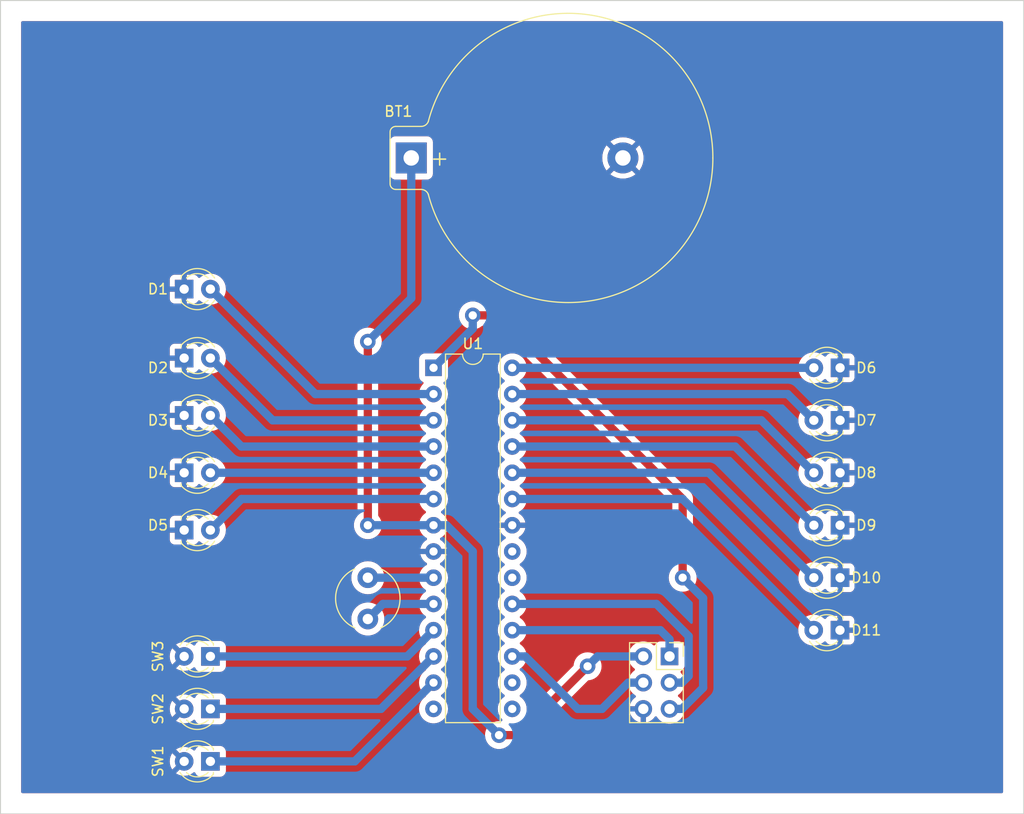
<source format=kicad_pcb>
(kicad_pcb (version 20221018) (generator pcbnew)
  (layers (0 "F.Cu" signal) (31 "B.Cu" signal) (34 "B.Paste" user) (35 "F.Paste" user) (36 "B.SilkS" user "B.Silkscreen") (37 "F.SilkS" user "F.Silkscreen") (38 "B.Mask" user) (39 "F.Mask" user) (44 "Edge.Cuts" user))
  (net 0 "")
  (net 1 "Net-(BT1-+)")
  (net 2 "GNDREF")
  (net 3 "Net-(D1-A)")
  (net 4 "Net-(D2-A)")
  (net 5 "Net-(D3-A)")
  (net 6 "Net-(D4-A)")
  (net 7 "Net-(D5-A)")
  (net 8 "Net-(D6-A)")
  (net 9 "Net-(D7-A)")
  (net 10 "Net-(D8-A)")
  (net 11 "Net-(D9-A)")
  (net 12 "Net-(D10-A)")
  (net 13 "Net-(D11-A)")
  (net 14 "Net-(J1-SCK)")
  (net 15 "Net-(J1-MOSI)")
  (net 16 "Net-(J1-~{RST})")
  (net 17 "Net-(U1-PD5)")
  (net 18 "Net-(U1-PD6)")
  (net 19 "Net-(U1-PD7)")
  (net 20 "Net-(U1-XTAL1{slash}PB6)")
  (net 21 "Net-(U1-XTAL2{slash}PB7)")
  (net 27 "Net-(J1-MISO)")
  (footprint "Connector_PinSocket_2.54mm:PinSocket_2x03_P2.54mm_Vertical" (layer "F.Cu") (at 115.57 114.3)
    (fp_text reference "J1" hide)
    (fp_text value "AVR-ISP-6")
    (fp_line (start -3.87 -1.33) (end -3.87 6.41) (stroke (width 0.12)) (layer "F.SilkS"))
    (fp_line (start -3.87 -1.33) (end -1.27 -1.33) (stroke (width 0.12)) (layer "F.SilkS"))
    (fp_line (start -3.87 6.41) (end 1.33 6.41) (stroke (width 0.12)) (layer "F.SilkS"))
    (fp_line (start -1.27 -1.33) (end -1.27 1.27) (stroke (width 0.12)) (layer "F.SilkS"))
    (fp_line (start -1.27 1.27) (end 1.33 1.27) (stroke (width 0.12)) (layer "F.SilkS"))
    (fp_line (start 0 -1.33) (end 1.33 -1.33) (stroke (width 0.12)) (layer "F.SilkS"))
    (fp_line (start 1.33 -1.33) (end 1.33 0) (stroke (width 0.12)) (layer "F.SilkS"))
    (fp_line (start 1.33 1.27) (end 1.33 6.41) (stroke (width 0.12)) (layer "F.SilkS"))
    (pad "1" thru_hole rect (at 0 0) (size 1.7 1.7) (drill 1) (layers "*.Cu" "*.Mask") (net 27 "Net-(J1-MISO)"))
    (pad "2" thru_hole oval (at -2.54 0) (size 1.7 1.7) (drill 1) (layers "*.Cu" "*.Mask") (net 1 "Net-(BT1-+)"))
    (pad "3" thru_hole oval (at 0 2.54) (size 1.7 1.7) (drill 1) (layers "*.Cu" "*.Mask") (net 14 "Net-(J1-SCK)"))
    (pad "4" thru_hole oval (at -2.54 2.54) (size 1.7 1.7) (drill 1) (layers "*.Cu" "*.Mask") (net 15 "Net-(J1-MOSI)"))
    (pad "5" thru_hole oval (at 0 5.08) (size 1.7 1.7) (drill 1) (layers "*.Cu" "*.Mask") (net 16 "Net-(J1-~{RST})"))
    (pad "6" thru_hole oval (at -2.54 5.08) (size 1.7 1.7) (drill 1) (layers "*.Cu" "*.Mask") (net 2 "GNDREF"))
  )
  (footprint "LED_THT:LED_D3.0mm" (layer "F.Cu") (at 71.12 124.46 180)
    (fp_text reference "SW1" (at 5.08 0 90) (layer "F.SilkS"))
    (fp_text value "SW_Push" hide)
    (fp_line (start -0.29 -1.236) (end -0.29 -1.08) (stroke (width 0.12)) (layer "F.SilkS"))
    (fp_line (start -0.29 1.08) (end -0.29 1.236) (stroke (width 0.12)) (layer "F.SilkS"))
    (fp_arc (start -0.29 -1.235516) (mid 1.366487 -1.987659) (end 2.942335 -1.078608) (stroke (width 0.12)) (layer "F.SilkS"))
    (fp_arc (start 0.229039 -1.08) (mid 1.270117 -1.5) (end 2.31113 -1.079837) (stroke (width 0.12)) (layer "F.SilkS"))
    (fp_arc (start 2.31113 1.079837) (mid 1.270117 1.5) (end 0.229039 1.08) (stroke (width 0.12)) (layer "F.SilkS"))
    (fp_arc (start 2.942335 1.078608) (mid 1.366487 1.987659) (end -0.29 1.235516) (stroke (width 0.12)) (layer "F.SilkS"))
    (pad "1" thru_hole rect (at 0 0 180) (size 1.8 1.8) (drill 0.9) (layers "*.Cu" "*.Mask") (net 19 "Net-(U1-PD7)"))
    (pad "2" thru_hole circle (at 2.54 0 180) (size 1.8 1.8) (drill 0.9) (layers "*.Cu" "*.Mask") (net 2 "GNDREF"))
  )
  (footprint "LED_THT:LED_D3.0mm" (layer "F.Cu") (at 132.08 101.6 180)
    (fp_text reference "D9" (at -2.54 0) (layer "F.SilkS"))
    (fp_text value "LED" hide)
    (fp_line (start -0.29 -1.236) (end -0.29 -1.08) (stroke (width 0.12)) (layer "F.SilkS"))
    (fp_line (start -0.29 1.08) (end -0.29 1.236) (stroke (width 0.12)) (layer "F.SilkS"))
    (fp_arc (start -0.29 -1.235516) (mid 1.366487 -1.987659) (end 2.942335 -1.078608) (stroke (width 0.12)) (layer "F.SilkS"))
    (fp_arc (start 0.229039 -1.08) (mid 1.270117 -1.5) (end 2.31113 -1.079837) (stroke (width 0.12)) (layer "F.SilkS"))
    (fp_arc (start 2.31113 1.079837) (mid 1.270117 1.5) (end 0.229039 1.08) (stroke (width 0.12)) (layer "F.SilkS"))
    (fp_arc (start 2.942335 1.078608) (mid 1.366487 1.987659) (end -0.29 1.235516) (stroke (width 0.12)) (layer "F.SilkS"))
    (pad "1" thru_hole rect (at 0 0 180) (size 1.8 1.8) (drill 0.9) (layers "*.Cu" "*.Mask") (net 2 "GNDREF"))
    (pad "2" thru_hole circle (at 2.54 0 180) (size 1.8 1.8) (drill 0.9) (layers "*.Cu" "*.Mask") (net 11 "Net-(D9-A)"))
  )
  (footprint "LED_THT:LED_D3.0mm" (layer "F.Cu") (at 132.08 91.44 180)
    (fp_text reference "D7" (at -2.54 0) (layer "F.SilkS"))
    (fp_text value "LED" hide)
    (fp_line (start -0.29 -1.236) (end -0.29 -1.08) (stroke (width 0.12)) (layer "F.SilkS"))
    (fp_line (start -0.29 1.08) (end -0.29 1.236) (stroke (width 0.12)) (layer "F.SilkS"))
    (fp_arc (start -0.29 -1.235516) (mid 1.366487 -1.987659) (end 2.942335 -1.078608) (stroke (width 0.12)) (layer "F.SilkS"))
    (fp_arc (start 0.229039 -1.08) (mid 1.270117 -1.5) (end 2.31113 -1.079837) (stroke (width 0.12)) (layer "F.SilkS"))
    (fp_arc (start 2.31113 1.079837) (mid 1.270117 1.5) (end 0.229039 1.08) (stroke (width 0.12)) (layer "F.SilkS"))
    (fp_arc (start 2.942335 1.078608) (mid 1.366487 1.987659) (end -0.29 1.235516) (stroke (width 0.12)) (layer "F.SilkS"))
    (pad "1" thru_hole rect (at 0 0 180) (size 1.8 1.8) (drill 0.9) (layers "*.Cu" "*.Mask") (net 2 "GNDREF"))
    (pad "2" thru_hole circle (at 2.54 0 180) (size 1.8 1.8) (drill 0.9) (layers "*.Cu" "*.Mask") (net 9 "Net-(D7-A)"))
  )
  (footprint "LED_THT:LED_D3.0mm" (layer "F.Cu") (at 68.58 102.07)
    (fp_text reference "D5" (at -2.54 -0.47) (layer "F.SilkS"))
    (fp_text value "LED" hide)
    (fp_line (start -0.29 -1.236) (end -0.29 -1.08) (stroke (width 0.12)) (layer "F.SilkS"))
    (fp_line (start -0.29 1.08) (end -0.29 1.236) (stroke (width 0.12)) (layer "F.SilkS"))
    (fp_arc (start -0.29 -1.235516) (mid 1.366487 -1.987659) (end 2.942335 -1.078608) (stroke (width 0.12)) (layer "F.SilkS"))
    (fp_arc (start 0.229039 -1.08) (mid 1.270117 -1.5) (end 2.31113 -1.079837) (stroke (width 0.12)) (layer "F.SilkS"))
    (fp_arc (start 2.31113 1.079837) (mid 1.270117 1.5) (end 0.229039 1.08) (stroke (width 0.12)) (layer "F.SilkS"))
    (fp_arc (start 2.942335 1.078608) (mid 1.366487 1.987659) (end -0.29 1.235516) (stroke (width 0.12)) (layer "F.SilkS"))
    (pad "1" thru_hole rect (at 0 0) (size 1.8 1.8) (drill 0.9) (layers "*.Cu" "*.Mask") (net 2 "GNDREF"))
    (pad "2" thru_hole circle (at 2.54 0) (size 1.8 1.8) (drill 0.9) (layers "*.Cu" "*.Mask") (net 7 "Net-(D5-A)"))
  )
  (footprint "LED_THT:LED_D3.0mm" (layer "F.Cu") (at 132.08 106.68 180)
    (fp_text reference "D10" (at -2.54 0) (layer "F.SilkS"))
    (fp_text value "LED" hide)
    (fp_line (start -0.29 -1.236) (end -0.29 -1.08) (stroke (width 0.12)) (layer "F.SilkS"))
    (fp_line (start -0.29 1.08) (end -0.29 1.236) (stroke (width 0.12)) (layer "F.SilkS"))
    (fp_arc (start -0.29 -1.235516) (mid 1.366487 -1.987659) (end 2.942335 -1.078608) (stroke (width 0.12)) (layer "F.SilkS"))
    (fp_arc (start 0.229039 -1.08) (mid 1.270117 -1.5) (end 2.31113 -1.079837) (stroke (width 0.12)) (layer "F.SilkS"))
    (fp_arc (start 2.31113 1.079837) (mid 1.270117 1.5) (end 0.229039 1.08) (stroke (width 0.12)) (layer "F.SilkS"))
    (fp_arc (start 2.942335 1.078608) (mid 1.366487 1.987659) (end -0.29 1.235516) (stroke (width 0.12)) (layer "F.SilkS"))
    (pad "1" thru_hole rect (at 0 0 180) (size 1.8 1.8) (drill 0.9) (layers "*.Cu" "*.Mask") (net 2 "GNDREF"))
    (pad "2" thru_hole circle (at 2.54 0 180) (size 1.8 1.8) (drill 0.9) (layers "*.Cu" "*.Mask") (net 12 "Net-(D10-A)"))
  )
  (footprint "LED_THT:LED_D3.0mm" (layer "F.Cu") (at 68.58 96.52)
    (fp_text reference "D4" (at -2.54 0) (layer "F.SilkS"))
    (fp_text value "LED" hide)
    (fp_line (start -0.29 -1.236) (end -0.29 -1.08) (stroke (width 0.12)) (layer "F.SilkS"))
    (fp_line (start -0.29 1.08) (end -0.29 1.236) (stroke (width 0.12)) (layer "F.SilkS"))
    (fp_arc (start -0.29 -1.235516) (mid 1.366487 -1.987659) (end 2.942335 -1.078608) (stroke (width 0.12)) (layer "F.SilkS"))
    (fp_arc (start 0.229039 -1.08) (mid 1.270117 -1.5) (end 2.31113 -1.079837) (stroke (width 0.12)) (layer "F.SilkS"))
    (fp_arc (start 2.31113 1.079837) (mid 1.270117 1.5) (end 0.229039 1.08) (stroke (width 0.12)) (layer "F.SilkS"))
    (fp_arc (start 2.942335 1.078608) (mid 1.366487 1.987659) (end -0.29 1.235516) (stroke (width 0.12)) (layer "F.SilkS"))
    (pad "1" thru_hole rect (at 0 0) (size 1.8 1.8) (drill 0.9) (layers "*.Cu" "*.Mask") (net 2 "GNDREF"))
    (pad "2" thru_hole circle (at 2.54 0) (size 1.8 1.8) (drill 0.9) (layers "*.Cu" "*.Mask") (net 6 "Net-(D4-A)"))
  )
  (footprint "LED_THT:LED_D3.0mm" (layer "F.Cu") (at 132.07 111.76 180)
    (fp_text reference "D11" (at -2.55 0) (layer "F.SilkS"))
    (fp_text value "LED" hide)
    (fp_line (start -0.29 -1.236) (end -0.29 -1.08) (stroke (width 0.12)) (layer "F.SilkS"))
    (fp_line (start -0.29 1.08) (end -0.29 1.236) (stroke (width 0.12)) (layer "F.SilkS"))
    (fp_arc (start -0.29 -1.235516) (mid 1.366487 -1.987659) (end 2.942335 -1.078608) (stroke (width 0.12)) (layer "F.SilkS"))
    (fp_arc (start 0.229039 -1.08) (mid 1.270117 -1.5) (end 2.31113 -1.079837) (stroke (width 0.12)) (layer "F.SilkS"))
    (fp_arc (start 2.31113 1.079837) (mid 1.270117 1.5) (end 0.229039 1.08) (stroke (width 0.12)) (layer "F.SilkS"))
    (fp_arc (start 2.942335 1.078608) (mid 1.366487 1.987659) (end -0.29 1.235516) (stroke (width 0.12)) (layer "F.SilkS"))
    (pad "1" thru_hole rect (at 0 0 180) (size 1.8 1.8) (drill 0.9) (layers "*.Cu" "*.Mask") (net 2 "GNDREF"))
    (pad "2" thru_hole circle (at 2.54 0 180) (size 1.8 1.8) (drill 0.9) (layers "*.Cu" "*.Mask") (net 13 "Net-(D11-A)"))
  )
  (footprint "LED_THT:LED_D3.0mm" (layer "F.Cu") (at 132.08 86.36 180)
    (fp_text reference "D6" (at -2.54 0) (layer "F.SilkS"))
    (fp_text value "LED" hide)
    (fp_line (start -0.29 -1.236) (end -0.29 -1.08) (stroke (width 0.12)) (layer "F.SilkS"))
    (fp_line (start -0.29 1.08) (end -0.29 1.236) (stroke (width 0.12)) (layer "F.SilkS"))
    (fp_arc (start -0.29 -1.235516) (mid 1.366487 -1.987659) (end 2.942335 -1.078608) (stroke (width 0.12)) (layer "F.SilkS"))
    (fp_arc (start 0.229039 -1.08) (mid 1.270117 -1.5) (end 2.31113 -1.079837) (stroke (width 0.12)) (layer "F.SilkS"))
    (fp_arc (start 2.31113 1.079837) (mid 1.270117 1.5) (end 0.229039 1.08) (stroke (width 0.12)) (layer "F.SilkS"))
    (fp_arc (start 2.942335 1.078608) (mid 1.366487 1.987659) (end -0.29 1.235516) (stroke (width 0.12)) (layer "F.SilkS"))
    (pad "1" thru_hole rect (at 0 0 180) (size 1.8 1.8) (drill 0.9) (layers "*.Cu" "*.Mask") (net 2 "GNDREF"))
    (pad "2" thru_hole circle (at 2.54 0 180) (size 1.8 1.8) (drill 0.9) (layers "*.Cu" "*.Mask") (net 8 "Net-(D6-A)"))
  )
  (footprint "Inductor_THT:L_Radial_D6.0mm_P4.00mm" (layer "F.Cu") (at 86.36 106.68 -90)
    (fp_text reference "Y1" hide)
    (fp_text value "Crystal_Small" hide)
    (fp_arc (start -0.85426 -1.26) (mid 2 -3.12) (end 4.85426 -1.26) (stroke (width 0.12)) (layer "F.SilkS"))
    (fp_arc (start 4.85426 1.26) (mid 2 3.12) (end -0.85426 1.26) (stroke (width 0.12)) (layer "F.SilkS"))
    (pad "1" thru_hole circle (at 0 0 270) (size 2 2) (drill 1) (layers "*.Cu" "*.Mask") (net 20 "Net-(U1-XTAL1{slash}PB6)"))
    (pad "2" thru_hole circle (at 4 0 270) (size 2 2) (drill 1) (layers "*.Cu" "*.Mask") (net 21 "Net-(U1-XTAL2{slash}PB7)"))
  )
  (footprint "LED_THT:LED_D3.0mm" (layer "F.Cu") (at 71.12 119.38 180)
    (fp_text reference "SW2" (at 5.08 0 90) (layer "F.SilkS"))
    (fp_text value "SW_Push" hide)
    (fp_line (start -0.29 -1.236) (end -0.29 -1.08) (stroke (width 0.12)) (layer "F.SilkS"))
    (fp_line (start -0.29 1.08) (end -0.29 1.236) (stroke (width 0.12)) (layer "F.SilkS"))
    (fp_arc (start -0.29 -1.235516) (mid 1.366487 -1.987659) (end 2.942335 -1.078608) (stroke (width 0.12)) (layer "F.SilkS"))
    (fp_arc (start 0.229039 -1.08) (mid 1.270117 -1.5) (end 2.31113 -1.079837) (stroke (width 0.12)) (layer "F.SilkS"))
    (fp_arc (start 2.31113 1.079837) (mid 1.270117 1.5) (end 0.229039 1.08) (stroke (width 0.12)) (layer "F.SilkS"))
    (fp_arc (start 2.942335 1.078608) (mid 1.366487 1.987659) (end -0.29 1.235516) (stroke (width 0.12)) (layer "F.SilkS"))
    (pad "1" thru_hole rect (at 0 0 180) (size 1.8 1.8) (drill 0.9) (layers "*.Cu" "*.Mask") (net 18 "Net-(U1-PD6)"))
    (pad "2" thru_hole circle (at 2.54 0 180) (size 1.8 1.8) (drill 0.9) (layers "*.Cu" "*.Mask") (net 2 "GNDREF"))
  )
  (footprint "Battery:BatteryHolder_Keystone_106_1x20mm" (layer "F.Cu") (at 90.565 66.04)
    (fp_text reference "BT1" (at -1.25 -4.5) (layer "F.SilkS"))
    (fp_text value "Battery_Cell" hide)
    (fp_text user "+" (at 2.75 0) (layer "F.SilkS") (effects (font (size 1.5 1.5))))
    (fp_line (start -2.05 -2.5) (end -2.05 2.5) (stroke (width 0.12)) (layer "F.SilkS"))
    (fp_line (start -1.5 3.05) (end 0.95 3.05) (stroke (width 0.12)) (layer "F.SilkS"))
    (fp_line (start 0.95 -3.05) (end -1.5 -3.05) (stroke (width 0.12)) (layer "F.SilkS"))
    (fp_arc (start -2.05 -2.5) (mid -1.888909 -2.888909) (end -1.5 -3.05) (stroke (width 0.12)) (layer "F.SilkS"))
    (fp_arc (start -1.5 3.05) (mid -1.888909 2.888909) (end -2.05 2.5) (stroke (width 0.12)) (layer "F.SilkS"))
    (fp_arc (start 0.95 3.05) (mid 1.371574 3.1784) (end 1.65 3.52) (stroke (width 0.12)) (layer "F.SilkS"))
    (fp_arc (start 1.65 -3.52) (mid 1.371575 -3.1784) (end 0.95 -3.05) (stroke (width 0.12)) (layer "F.SilkS"))
    (fp_arc (start 1.65 -3.52) (mid 16.974433 -13.886953) (end 29.2 0) (stroke (width 0.12)) (layer "F.SilkS"))
    (fp_arc (start 29.2 0) (mid 16.974433 13.886954) (end 1.65 3.52) (stroke (width 0.12)) (layer "F.SilkS"))
    (pad "1" thru_hole rect (at 0 0) (size 3 3) (drill 1.5) (layers "*.Cu" "*.Mask") (net 1 "Net-(BT1-+)"))
    (pad "2" thru_hole circle (at 20.49 0) (size 3 3) (drill 1.5) (layers "*.Cu" "*.Mask") (net 2 "GNDREF"))
  )
  (footprint "LED_THT:LED_D3.0mm" (layer "F.Cu") (at 68.58 90.97)
    (fp_text reference "D3" (at -2.54 0.47) (layer "F.SilkS"))
    (fp_text value "LED" hide)
    (fp_line (start -0.29 -1.236) (end -0.29 -1.08) (stroke (width 0.12)) (layer "F.SilkS"))
    (fp_line (start -0.29 1.08) (end -0.29 1.236) (stroke (width 0.12)) (layer "F.SilkS"))
    (fp_arc (start -0.29 -1.235516) (mid 1.366487 -1.987659) (end 2.942335 -1.078608) (stroke (width 0.12)) (layer "F.SilkS"))
    (fp_arc (start 0.229039 -1.08) (mid 1.270117 -1.5) (end 2.31113 -1.079837) (stroke (width 0.12)) (layer "F.SilkS"))
    (fp_arc (start 2.31113 1.079837) (mid 1.270117 1.5) (end 0.229039 1.08) (stroke (width 0.12)) (layer "F.SilkS"))
    (fp_arc (start 2.942335 1.078608) (mid 1.366487 1.987659) (end -0.29 1.235516) (stroke (width 0.12)) (layer "F.SilkS"))
    (pad "1" thru_hole rect (at 0 0) (size 1.8 1.8) (drill 0.9) (layers "*.Cu" "*.Mask") (net 2 "GNDREF"))
    (pad "2" thru_hole circle (at 2.54 0) (size 1.8 1.8) (drill 0.9) (layers "*.Cu" "*.Mask") (net 5 "Net-(D3-A)"))
  )
  (footprint "Package_DIP:DIP-28_W7.62mm" (layer "F.Cu") (at 92.72 86.36)
    (fp_text reference "U1" (at 3.81 -2.33) (layer "F.SilkS"))
    (fp_text value "ATmega48A-P")
    (fp_line (start 1.16 -1.33) (end 1.16 34.35) (stroke (width 0.12)) (layer "F.SilkS"))
    (fp_line (start 1.16 34.35) (end 6.46 34.35) (stroke (width 0.12)) (layer "F.SilkS"))
    (fp_line (start 2.81 -1.33) (end 1.16 -1.33) (stroke (width 0.12)) (layer "F.SilkS"))
    (fp_line (start 6.46 -1.33) (end 4.81 -1.33) (stroke (width 0.12)) (layer "F.SilkS"))
    (fp_line (start 6.46 34.35) (end 6.46 -1.33) (stroke (width 0.12)) (layer "F.SilkS"))
    (fp_arc (start 4.81 -1.33) (mid 3.81 -0.33) (end 2.81 -1.33) (stroke (width 0.12)) (layer "F.SilkS"))
    (pad "1" thru_hole rect (at 0 0) (size 1.6 1.6) (drill 0.8) (layers "*.Cu" "*.Mask") (net 16 "Net-(J1-~{RST})"))
    (pad "2" thru_hole oval (at 0 2.54) (size 1.6 1.6) (drill 0.8) (layers "*.Cu" "*.Mask") (net 3 "Net-(D1-A)"))
    (pad "3" thru_hole oval (at 0 5.08) (size 1.6 1.6) (drill 0.8) (layers "*.Cu" "*.Mask") (net 4 "Net-(D2-A)"))
    (pad "4" thru_hole oval (at 0 7.62) (size 1.6 1.6) (drill 0.8) (layers "*.Cu" "*.Mask") (net 5 "Net-(D3-A)"))
    (pad "5" thru_hole oval (at 0 10.16) (size 1.6 1.6) (drill 0.8) (layers "*.Cu" "*.Mask") (net 6 "Net-(D4-A)"))
    (pad "6" thru_hole oval (at 0 12.7) (size 1.6 1.6) (drill 0.8) (layers "*.Cu" "*.Mask") (net 7 "Net-(D5-A)"))
    (pad "7" thru_hole oval (at 0 15.24) (size 1.6 1.6) (drill 0.8) (layers "*.Cu" "*.Mask") (net 1 "Net-(BT1-+)"))
    (pad "8" thru_hole oval (at 0 17.78) (size 1.6 1.6) (drill 0.8) (layers "*.Cu" "*.Mask") (net 2 "GNDREF"))
    (pad "9" thru_hole oval (at 0 20.32) (size 1.6 1.6) (drill 0.8) (layers "*.Cu" "*.Mask") (net 20 "Net-(U1-XTAL1{slash}PB6)"))
    (pad "10" thru_hole oval (at 0 22.86) (size 1.6 1.6) (drill 0.8) (layers "*.Cu" "*.Mask") (net 21 "Net-(U1-XTAL2{slash}PB7)"))
    (pad "11" thru_hole oval (at 0 25.4) (size 1.6 1.6) (drill 0.8) (layers "*.Cu" "*.Mask") (net 17 "Net-(U1-PD5)"))
    (pad "12" thru_hole oval (at 0 27.94) (size 1.6 1.6) (drill 0.8) (layers "*.Cu" "*.Mask") (net 18 "Net-(U1-PD6)"))
    (pad "13" thru_hole oval (at 0 30.48) (size 1.6 1.6) (drill 0.8) (layers "*.Cu" "*.Mask") (net 19 "Net-(U1-PD7)"))
    (pad "14" thru_hole oval (at 0 33.02) (size 1.6 1.6) (drill 0.8) (layers "*.Cu" "*.Mask"))
    (pad "15" thru_hole oval (at 7.62 33.02) (size 1.6 1.6) (drill 0.8) (layers "*.Cu" "*.Mask"))
    (pad "16" thru_hole oval (at 7.62 30.48) (size 1.6 1.6) (drill 0.8) (layers "*.Cu" "*.Mask"))
    (pad "17" thru_hole oval (at 7.62 27.94) (size 1.6 1.6) (drill 0.8) (layers "*.Cu" "*.Mask") (net 15 "Net-(J1-MOSI)"))
    (pad "18" thru_hole oval (at 7.62 25.4) (size 1.6 1.6) (drill 0.8) (layers "*.Cu" "*.Mask") (net 27 "Net-(J1-MISO)"))
    (pad "19" thru_hole oval (at 7.62 22.86) (size 1.6 1.6) (drill 0.8) (layers "*.Cu" "*.Mask") (net 14 "Net-(J1-SCK)"))
    (pad "20" thru_hole oval (at 7.62 20.32) (size 1.6 1.6) (drill 0.8) (layers "*.Cu" "*.Mask"))
    (pad "21" thru_hole oval (at 7.62 17.78) (size 1.6 1.6) (drill 0.8) (layers "*.Cu" "*.Mask"))
    (pad "22" thru_hole oval (at 7.62 15.24) (size 1.6 1.6) (drill 0.8) (layers "*.Cu" "*.Mask") (net 2 "GNDREF"))
    (pad "23" thru_hole oval (at 7.62 12.7) (size 1.6 1.6) (drill 0.8) (layers "*.Cu" "*.Mask") (net 13 "Net-(D11-A)"))
    (pad "24" thru_hole oval (at 7.62 10.16) (size 1.6 1.6) (drill 0.8) (layers "*.Cu" "*.Mask") (net 12 "Net-(D10-A)"))
    (pad "25" thru_hole oval (at 7.62 7.62) (size 1.6 1.6) (drill 0.8) (layers "*.Cu" "*.Mask") (net 11 "Net-(D9-A)"))
    (pad "26" thru_hole oval (at 7.62 5.08) (size 1.6 1.6) (drill 0.8) (layers "*.Cu" "*.Mask") (net 10 "Net-(D8-A)"))
    (pad "27" thru_hole oval (at 7.62 2.54) (size 1.6 1.6) (drill 0.8) (layers "*.Cu" "*.Mask") (net 9 "Net-(D7-A)"))
    (pad "28" thru_hole oval (at 7.62 0) (size 1.6 1.6) (drill 0.8) (layers "*.Cu" "*.Mask") (net 8 "Net-(D6-A)"))
  )
  (footprint "LED_THT:LED_D3.0mm" (layer "F.Cu") (at 68.58 85.42)
    (fp_text reference "D2" (at -2.54 0.94) (layer "F.SilkS"))
    (fp_text value "LED" hide)
    (fp_line (start -0.29 -1.236) (end -0.29 -1.08) (stroke (width 0.12)) (layer "F.SilkS"))
    (fp_line (start -0.29 1.08) (end -0.29 1.236) (stroke (width 0.12)) (layer "F.SilkS"))
    (fp_arc (start -0.29 -1.235516) (mid 1.366487 -1.987659) (end 2.942335 -1.078608) (stroke (width 0.12)) (layer "F.SilkS"))
    (fp_arc (start 0.229039 -1.08) (mid 1.270117 -1.5) (end 2.31113 -1.079837) (stroke (width 0.12)) (layer "F.SilkS"))
    (fp_arc (start 2.31113 1.079837) (mid 1.270117 1.5) (end 0.229039 1.08) (stroke (width 0.12)) (layer "F.SilkS"))
    (fp_arc (start 2.942335 1.078608) (mid 1.366487 1.987659) (end -0.29 1.235516) (stroke (width 0.12)) (layer "F.SilkS"))
    (pad "1" thru_hole rect (at 0 0) (size 1.8 1.8) (drill 0.9) (layers "*.Cu" "*.Mask") (net 2 "GNDREF"))
    (pad "2" thru_hole circle (at 2.54 0) (size 1.8 1.8) (drill 0.9) (layers "*.Cu" "*.Mask") (net 4 "Net-(D2-A)"))
  )
  (footprint "LED_THT:LED_D3.0mm" (layer "F.Cu") (at 132.08 96.52 180)
    (fp_text reference "D8" (at -2.54 0) (layer "F.SilkS"))
    (fp_text value "LED" hide)
    (fp_line (start -0.29 -1.236) (end -0.29 -1.08) (stroke (width 0.12)) (layer "F.SilkS"))
    (fp_line (start -0.29 1.08) (end -0.29 1.236) (stroke (width 0.12)) (layer "F.SilkS"))
    (fp_arc (start -0.29 -1.235516) (mid 1.366487 -1.987659) (end 2.942335 -1.078608) (stroke (width 0.12)) (layer "F.SilkS"))
    (fp_arc (start 0.229039 -1.08) (mid 1.270117 -1.5) (end 2.31113 -1.079837) (stroke (width 0.12)) (layer "F.SilkS"))
    (fp_arc (start 2.31113 1.079837) (mid 1.270117 1.5) (end 0.229039 1.08) (stroke (width 0.12)) (layer "F.SilkS"))
    (fp_arc (start 2.942335 1.078608) (mid 1.366487 1.987659) (end -0.29 1.235516) (stroke (width 0.12)) (layer "F.SilkS"))
    (pad "1" thru_hole rect (at 0 0 180) (size 1.8 1.8) (drill 0.9) (layers "*.Cu" "*.Mask") (net 2 "GNDREF"))
    (pad "2" thru_hole circle (at 2.54 0 180) (size 1.8 1.8) (drill 0.9) (layers "*.Cu" "*.Mask") (net 10 "Net-(D8-A)"))
  )
  (footprint "LED_THT:LED_D3.0mm" (layer "F.Cu") (at 71.12 114.3 180)
    (fp_text reference "SW3" (at 5.08 0 270) (layer "F.SilkS"))
    (fp_text value "SW_Push" hide)
    (fp_line (start -0.29 -1.236) (end -0.29 -1.08) (stroke (width 0.12)) (layer "F.SilkS"))
    (fp_line (start -0.29 1.08) (end -0.29 1.236) (stroke (width 0.12)) (layer "F.SilkS"))
    (fp_arc (start -0.29 -1.235516) (mid 1.366487 -1.987659) (end 2.942335 -1.078608) (stroke (width 0.12)) (layer "F.SilkS"))
    (fp_arc (start 0.229039 -1.08) (mid 1.270117 -1.5) (end 2.31113 -1.079837) (stroke (width 0.12)) (layer "F.SilkS"))
    (fp_arc (start 2.31113 1.079837) (mid 1.270117 1.5) (end 0.229039 1.08) (stroke (width 0.12)) (layer "F.SilkS"))
    (fp_arc (start 2.942335 1.078608) (mid 1.366487 1.987659) (end -0.29 1.235516) (stroke (width 0.12)) (layer "F.SilkS"))
    (pad "1" thru_hole rect (at 0 0 180) (size 1.8 1.8) (drill 0.9) (layers "*.Cu" "*.Mask") (net 17 "Net-(U1-PD5)"))
    (pad "2" thru_hole circle (at 2.54 0 180) (size 1.8 1.8) (drill 0.9) (layers "*.Cu" "*.Mask") (net 2 "GNDREF"))
  )
  (footprint "LED_THT:LED_D3.0mm" (layer "F.Cu") (at 68.58 78.74)
    (fp_text reference "D1" (at -2.54 0) (layer "F.SilkS"))
    (fp_text value "LED" hide)
    (fp_line (start -0.29 -1.236) (end -0.29 -1.08) (stroke (width 0.12)) (layer "F.SilkS"))
    (fp_line (start -0.29 1.08) (end -0.29 1.236) (stroke (width 0.12)) (layer "F.SilkS"))
    (fp_arc (start -0.29 -1.235516) (mid 1.366487 -1.987659) (end 2.942335 -1.078608) (stroke (width 0.12)) (layer "F.SilkS"))
    (fp_arc (start 0.229039 -1.08) (mid 1.270117 -1.5) (end 2.31113 -1.079837) (stroke (width 0.12)) (layer "F.SilkS"))
    (fp_arc (start 2.31113 1.079837) (mid 1.270117 1.5) (end 0.229039 1.08) (stroke (width 0.12)) (layer "F.SilkS"))
    (fp_arc (start 2.942335 1.078608) (mid 1.366487 1.987659) (end -0.29 1.235516) (stroke (width 0.12)) (layer "F.SilkS"))
    (pad "1" thru_hole rect (at 0 0) (size 1.8 1.8) (drill 0.9) (layers "*.Cu" "*.Mask") (net 2 "GNDREF"))
    (pad "2" thru_hole circle (at 2.54 0) (size 1.8 1.8) (drill 0.9) (layers "*.Cu" "*.Mask") (net 3 "Net-(D1-A)"))
  )
  (gr_line (start 149.86 50.8) (end 149.86 129.54) (stroke (width 0.1)) (layer "Edge.Cuts"))
  (gr_line (start 50.8 50.8) (end 149.86 50.8) (stroke (width 0.1)) (layer "Edge.Cuts"))
  (gr_line (start 50.8 129.54) (end 50.8 50.8) (stroke (width 0.1)) (layer "Edge.Cuts"))
  (gr_line (start 149.86 129.54) (end 50.8 129.54) (stroke (width 0.1)) (layer "Edge.Cuts"))
  (segment (start 86.36 83.82) (end 86.36 101.6) (width 0.8) (layer "F.Cu") (net 1))
  (segment (start 107.636396 115.256396) (end 100.972792 121.92) (width 0.8) (layer "F.Cu") (net 1))
  (segment (start 100.972792 121.92) (end 99.06 121.92) (width 0.8) (layer "F.Cu") (net 1))
  (via (at 99.06 121.92) (size 1.5) (drill 0.8) (layers "F.Cu" "B.Cu") (net 1))
  (via (at 107.636396 115.256396) (size 1.5) (drill 0.8) (layers "F.Cu" "B.Cu") (net 1))
  (via (at 86.36 83.82) (size 1.5) (drill 0.8) (layers "F.Cu" "B.Cu") (net 1))
  (via (at 86.36 101.6) (size 1.5) (drill 0.8) (layers "F.Cu" "B.Cu") (net 1))
  (segment (start 90.565 79.615) (end 86.36 83.82) (width 0.8) (layer "B.Cu") (net 1))
  (segment (start 86.36 101.6) (end 92.72 101.6) (width 0.8) (layer "B.Cu") (net 1))
  (segment (start 93.98 101.6) (end 92.72 101.6) (width 0.8) (layer "B.Cu") (net 1))
  (segment (start 90.565 66.04) (end 90.565 79.615) (width 0.8) (layer "B.Cu") (net 1))
  (segment (start 96.52 104.14) (end 93.98 101.6) (width 0.8) (layer "B.Cu") (net 1))
  (segment (start 96.52 119.38) (end 99.06 121.92) (width 0.8) (layer "B.Cu") (net 1))
  (segment (start 108.592792 114.3) (end 113.03 114.3) (width 0.8) (layer "B.Cu") (net 1))
  (segment (start 96.52 104.14) (end 96.52 119.38) (width 0.8) (layer "B.Cu") (net 1))
  (segment (start 107.636396 115.256396) (end 108.592792 114.3) (width 0.8) (layer "B.Cu") (net 1))
  (segment (start 71.12 78.74) (end 81.28 88.9) (width 0.8) (layer "B.Cu") (net 3))
  (segment (start 81.28 88.9) (end 92.72 88.9) (width 0.8) (layer "B.Cu") (net 3))
  (segment (start 71.12 85.42) (end 77.14 91.44) (width 0.8) (layer "B.Cu") (net 4))
  (segment (start 77.14 91.44) (end 92.72 91.44) (width 0.8) (layer "B.Cu") (net 4))
  (segment (start 71.12 90.97) (end 74.13 93.98) (width 0.8) (layer "B.Cu") (net 5))
  (segment (start 74.13 93.98) (end 92.72 93.98) (width 0.8) (layer "B.Cu") (net 5))
  (segment (start 71.12 96.52) (end 92.72 96.52) (width 0.8) (layer "B.Cu") (net 6))
  (segment (start 74.13 99.06) (end 92.72 99.06) (width 0.8) (layer "B.Cu") (net 7))
  (segment (start 71.12 102.07) (end 74.13 99.06) (width 0.8) (layer "B.Cu") (net 7))
  (segment (start 100.34 86.36) (end 129.54 86.36) (width 0.8) (layer "B.Cu") (net 8))
  (segment (start 100.34 88.9) (end 127 88.9) (width 0.8) (layer "B.Cu") (net 9))
  (segment (start 127 88.9) (end 129.54 91.44) (width 0.8) (layer "B.Cu") (net 9))
  (segment (start 100.34 91.44) (end 124.46 91.44) (width 0.8) (layer "B.Cu") (net 10))
  (segment (start 124.46 91.44) (end 129.54 96.52) (width 0.8) (layer "B.Cu") (net 10))
  (segment (start 121.92 93.98) (end 129.54 101.6) (width 0.8) (layer "B.Cu") (net 11))
  (segment (start 100.34 93.98) (end 121.92 93.98) (width 0.8) (layer "B.Cu") (net 11))
  (segment (start 100.34 96.52) (end 119.38 96.52) (width 0.8) (layer "B.Cu") (net 12))
  (segment (start 119.38 96.52) (end 129.54 106.68) (width 0.8) (layer "B.Cu") (net 12))
  (segment (start 100.34 99.06) (end 116.83 99.06) (width 0.8) (layer "B.Cu") (net 13))
  (segment (start 116.83 99.06) (end 129.53 111.76) (width 0.8) (layer "B.Cu") (net 13))
  (segment (start 117.42 112.34) (end 114.3 109.22) (width 0.8) (layer "B.Cu") (net 14))
  (segment (start 114.3 109.22) (end 100.34 109.22) (width 0.8) (layer "B.Cu") (net 14))
  (segment (start 115.57 116.84) (end 116.772081 116.84) (width 0.8) (layer "B.Cu") (net 14))
  (segment (start 117.42 116.192081) (end 117.42 112.34) (width 0.8) (layer "B.Cu") (net 14))
  (segment (start 116.772081 116.84) (end 117.42 116.192081) (width 0.8) (layer "B.Cu") (net 14))
  (segment (start 101.6 114.3) (end 106.68 119.38) (width 0.8) (layer "B.Cu") (net 15))
  (segment (start 109.033704 119.38) (end 111.573704 116.84) (width 0.8) (layer "B.Cu") (net 15))
  (segment (start 106.68 119.38) (end 109.033704 119.38) (width 0.8) (layer "B.Cu") (net 15))
  (segment (start 100.34 114.3) (end 101.6 114.3) (width 0.8) (layer "B.Cu") (net 15))
  (segment (start 111.573704 116.84) (end 113.03 116.84) (width 0.8) (layer "B.Cu") (net 15))
  (segment (start 116.84 106.68) (end 116.84 99.06) (width 0.8) (layer "F.Cu") (net 16))
  (segment (start 99.06 81.28) (end 96.52 81.28) (width 0.8) (layer "F.Cu") (net 16))
  (segment (start 116.84 99.06) (end 99.06 81.28) (width 0.8) (layer "F.Cu") (net 16))
  (via (at 116.84 106.68) (size 1.5) (drill 0.8) (layers "F.Cu" "B.Cu") (net 16))
  (via (at 96.52 81.28) (size 1.5) (drill 0.8) (layers "F.Cu" "B.Cu") (net 16))
  (segment (start 118.82 108.66) (end 118.82 117.332081) (width 0.8) (layer "B.Cu") (net 16))
  (segment (start 118.82 117.332081) (end 116.772081 119.38) (width 0.8) (layer "B.Cu") (net 16))
  (segment (start 96.52 81.28) (end 96.52 82.56) (width 0.8) (layer "B.Cu") (net 16))
  (segment (start 96.52 82.56) (end 92.72 86.36) (width 0.8) (layer "B.Cu") (net 16))
  (segment (start 116.772081 119.38) (end 115.57 119.38) (width 0.8) (layer "B.Cu") (net 16))
  (segment (start 116.84 106.68) (end 118.82 108.66) (width 0.8) (layer "B.Cu") (net 16))
  (segment (start 92.714415 111.76) (end 92.72 111.76) (width 0.8) (layer "F.Cu") (net 17))
  (segment (start 71.12 114.3) (end 71.12 114.152994) (width 0.8) (layer "F.Cu") (net 17))
  (segment (start 71.12 114.3) (end 90.174415 114.3) (width 0.8) (layer "B.Cu") (net 17))
  (segment (start 92.714415 111.76) (end 92.72 111.76) (width 0.8) (layer "B.Cu") (net 17))
  (segment (start 90.174415 114.3) (end 92.714415 111.76) (width 0.8) (layer "B.Cu") (net 17))
  (segment (start 71.12 119.38) (end 87.634415 119.38) (width 0.8) (layer "B.Cu") (net 18))
  (segment (start 87.634415 119.38) (end 92.714415 114.3) (width 0.8) (layer "B.Cu") (net 18))
  (segment (start 92.714415 114.3) (end 92.72 114.3) (width 0.8) (layer "B.Cu") (net 18))
  (segment (start 71.12 124.46) (end 71.12 124.312994) (width 0.8) (layer "F.Cu") (net 19))
  (segment (start 92.714415 116.84) (end 92.72 116.84) (width 0.8) (layer "B.Cu") (net 19))
  (segment (start 85.094415 124.46) (end 92.714415 116.84) (width 0.8) (layer "B.Cu") (net 19))
  (segment (start 71.12 124.46) (end 85.094415 124.46) (width 0.8) (layer "B.Cu") (net 19))
  (segment (start 86.36 106.68) (end 92.72 106.68) (width 0.8) (layer "B.Cu") (net 20))
  (segment (start 87.82 109.22) (end 92.72 109.22) (width 0.8) (layer "B.Cu") (net 21))
  (segment (start 86.36 110.68) (end 87.82 109.22) (width 0.8) (layer "B.Cu") (net 21))
  (segment (start 115.57 114.3) (end 115.57 114.223704) (width 0.8) (layer "F.Cu") (net 27))
  (segment (start 114.68 111.76) (end 100.34 111.76) (width 0.8) (layer "B.Cu") (net 27))
  (segment (start 115.57 112.65) (end 114.68 111.76) (width 0.8) (layer "B.Cu") (net 27))
  (segment (start 115.57 114.3) (end 115.57 112.65) (width 0.8) (layer "B.Cu") (net 27))
  (zone (net 2) (net_name "GNDREF") (layer "F.Cu") (connect_pads (clearance 0.5)) (min_thickness 0.25) (fill yes (thermal_gap 0.5) (thermal_bridge_width 0.5))
    (polygon (pts (xy 50.8 50.8) (xy 149.86 50.8) (xy 149.86 129.54) (xy 50.8 129.54)))
  )
  (zone (net 2) (net_name "GNDREF") (layer "B.Cu") (connect_pads (clearance 0.5)) (min_thickness 0.25) (fill yes (thermal_gap 0.5) (thermal_bridge_width 0.5))
    (polygon (pts (xy 50.8 50.8) (xy 149.86 50.8) (xy 149.86 129.54) (xy 50.8 129.54)))
  )
)
</source>
